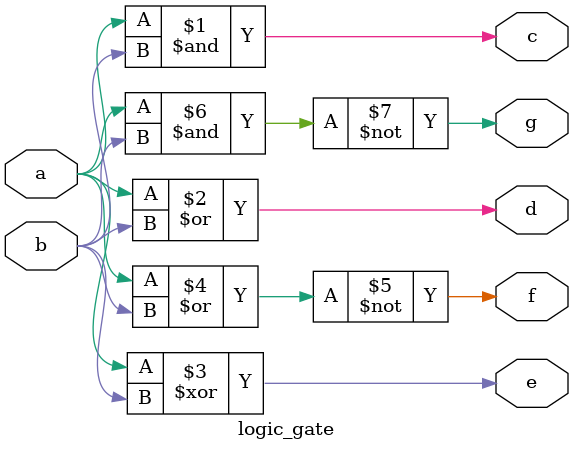
<source format=v>
`timescale 1ns / 1ps

module logic_gate(a,b,c,d,e,f,g);
input a,b;
output c,d,e,f,g;
wire c,d,e,f,g;

assign c = a & b;
assign d = a | b;
assign e = a ^ b;
assign f = ~(a | b);
assign g = ~(a & b);

endmodule

</source>
